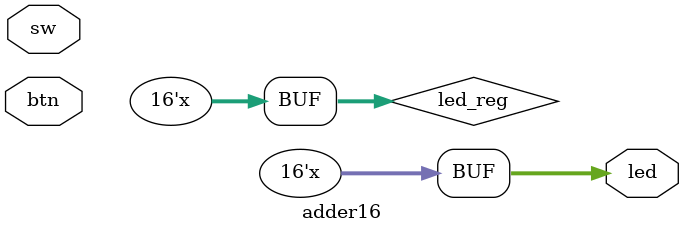
<source format=v>

module adder16(
input [15:0] sw,
input [3:0] btn,
output [15:0] led
);
    reg [15:0] operand_a;
    reg [15:0] operand_b;
    reg [15:0] led_reg;
    always @ (*) begin
        if(btn[0]) operand_a <= sw;
        if(btn[1]) operand_b <= sw;
        led_reg <= operand_a + operand_b;
    end
    assign led = led_reg;
endmodule
</source>
